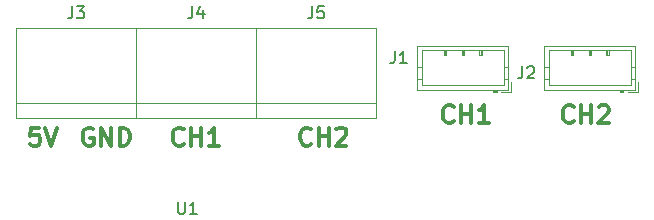
<source format=gbr>
%TF.GenerationSoftware,KiCad,Pcbnew,8.0.1*%
%TF.CreationDate,2024-09-05T21:10:17+03:00*%
%TF.ProjectId,eth-uart-breakout,6574682d-7561-4727-942d-627265616b6f,rev?*%
%TF.SameCoordinates,Original*%
%TF.FileFunction,Legend,Top*%
%TF.FilePolarity,Positive*%
%FSLAX46Y46*%
G04 Gerber Fmt 4.6, Leading zero omitted, Abs format (unit mm)*
G04 Created by KiCad (PCBNEW 8.0.1) date 2024-09-05 21:10:17*
%MOMM*%
%LPD*%
G01*
G04 APERTURE LIST*
%ADD10C,0.375000*%
%ADD11C,0.150000*%
%ADD12C,0.120000*%
G04 APERTURE END LIST*
D10*
X57833138Y-65606928D02*
X57118852Y-65606928D01*
X57118852Y-65606928D02*
X57047424Y-66321214D01*
X57047424Y-66321214D02*
X57118852Y-66249785D01*
X57118852Y-66249785D02*
X57261710Y-66178357D01*
X57261710Y-66178357D02*
X57618852Y-66178357D01*
X57618852Y-66178357D02*
X57761710Y-66249785D01*
X57761710Y-66249785D02*
X57833138Y-66321214D01*
X57833138Y-66321214D02*
X57904567Y-66464071D01*
X57904567Y-66464071D02*
X57904567Y-66821214D01*
X57904567Y-66821214D02*
X57833138Y-66964071D01*
X57833138Y-66964071D02*
X57761710Y-67035500D01*
X57761710Y-67035500D02*
X57618852Y-67106928D01*
X57618852Y-67106928D02*
X57261710Y-67106928D01*
X57261710Y-67106928D02*
X57118852Y-67035500D01*
X57118852Y-67035500D02*
X57047424Y-66964071D01*
X58333138Y-65606928D02*
X58833138Y-67106928D01*
X58833138Y-67106928D02*
X59333138Y-65606928D01*
X103060995Y-65059071D02*
X102989567Y-65130500D01*
X102989567Y-65130500D02*
X102775281Y-65201928D01*
X102775281Y-65201928D02*
X102632424Y-65201928D01*
X102632424Y-65201928D02*
X102418138Y-65130500D01*
X102418138Y-65130500D02*
X102275281Y-64987642D01*
X102275281Y-64987642D02*
X102203852Y-64844785D01*
X102203852Y-64844785D02*
X102132424Y-64559071D01*
X102132424Y-64559071D02*
X102132424Y-64344785D01*
X102132424Y-64344785D02*
X102203852Y-64059071D01*
X102203852Y-64059071D02*
X102275281Y-63916214D01*
X102275281Y-63916214D02*
X102418138Y-63773357D01*
X102418138Y-63773357D02*
X102632424Y-63701928D01*
X102632424Y-63701928D02*
X102775281Y-63701928D01*
X102775281Y-63701928D02*
X102989567Y-63773357D01*
X102989567Y-63773357D02*
X103060995Y-63844785D01*
X103703852Y-65201928D02*
X103703852Y-63701928D01*
X103703852Y-64416214D02*
X104560995Y-64416214D01*
X104560995Y-65201928D02*
X104560995Y-63701928D01*
X105203853Y-63844785D02*
X105275281Y-63773357D01*
X105275281Y-63773357D02*
X105418139Y-63701928D01*
X105418139Y-63701928D02*
X105775281Y-63701928D01*
X105775281Y-63701928D02*
X105918139Y-63773357D01*
X105918139Y-63773357D02*
X105989567Y-63844785D01*
X105989567Y-63844785D02*
X106060996Y-63987642D01*
X106060996Y-63987642D02*
X106060996Y-64130500D01*
X106060996Y-64130500D02*
X105989567Y-64344785D01*
X105989567Y-64344785D02*
X105132424Y-65201928D01*
X105132424Y-65201928D02*
X106060996Y-65201928D01*
X80835995Y-66964071D02*
X80764567Y-67035500D01*
X80764567Y-67035500D02*
X80550281Y-67106928D01*
X80550281Y-67106928D02*
X80407424Y-67106928D01*
X80407424Y-67106928D02*
X80193138Y-67035500D01*
X80193138Y-67035500D02*
X80050281Y-66892642D01*
X80050281Y-66892642D02*
X79978852Y-66749785D01*
X79978852Y-66749785D02*
X79907424Y-66464071D01*
X79907424Y-66464071D02*
X79907424Y-66249785D01*
X79907424Y-66249785D02*
X79978852Y-65964071D01*
X79978852Y-65964071D02*
X80050281Y-65821214D01*
X80050281Y-65821214D02*
X80193138Y-65678357D01*
X80193138Y-65678357D02*
X80407424Y-65606928D01*
X80407424Y-65606928D02*
X80550281Y-65606928D01*
X80550281Y-65606928D02*
X80764567Y-65678357D01*
X80764567Y-65678357D02*
X80835995Y-65749785D01*
X81478852Y-67106928D02*
X81478852Y-65606928D01*
X81478852Y-66321214D02*
X82335995Y-66321214D01*
X82335995Y-67106928D02*
X82335995Y-65606928D01*
X82978853Y-65749785D02*
X83050281Y-65678357D01*
X83050281Y-65678357D02*
X83193139Y-65606928D01*
X83193139Y-65606928D02*
X83550281Y-65606928D01*
X83550281Y-65606928D02*
X83693139Y-65678357D01*
X83693139Y-65678357D02*
X83764567Y-65749785D01*
X83764567Y-65749785D02*
X83835996Y-65892642D01*
X83835996Y-65892642D02*
X83835996Y-66035500D01*
X83835996Y-66035500D02*
X83764567Y-66249785D01*
X83764567Y-66249785D02*
X82907424Y-67106928D01*
X82907424Y-67106928D02*
X83835996Y-67106928D01*
X92900995Y-65059071D02*
X92829567Y-65130500D01*
X92829567Y-65130500D02*
X92615281Y-65201928D01*
X92615281Y-65201928D02*
X92472424Y-65201928D01*
X92472424Y-65201928D02*
X92258138Y-65130500D01*
X92258138Y-65130500D02*
X92115281Y-64987642D01*
X92115281Y-64987642D02*
X92043852Y-64844785D01*
X92043852Y-64844785D02*
X91972424Y-64559071D01*
X91972424Y-64559071D02*
X91972424Y-64344785D01*
X91972424Y-64344785D02*
X92043852Y-64059071D01*
X92043852Y-64059071D02*
X92115281Y-63916214D01*
X92115281Y-63916214D02*
X92258138Y-63773357D01*
X92258138Y-63773357D02*
X92472424Y-63701928D01*
X92472424Y-63701928D02*
X92615281Y-63701928D01*
X92615281Y-63701928D02*
X92829567Y-63773357D01*
X92829567Y-63773357D02*
X92900995Y-63844785D01*
X93543852Y-65201928D02*
X93543852Y-63701928D01*
X93543852Y-64416214D02*
X94400995Y-64416214D01*
X94400995Y-65201928D02*
X94400995Y-63701928D01*
X95900996Y-65201928D02*
X95043853Y-65201928D01*
X95472424Y-65201928D02*
X95472424Y-63701928D01*
X95472424Y-63701928D02*
X95329567Y-63916214D01*
X95329567Y-63916214D02*
X95186710Y-64059071D01*
X95186710Y-64059071D02*
X95043853Y-64130500D01*
X70040995Y-66964071D02*
X69969567Y-67035500D01*
X69969567Y-67035500D02*
X69755281Y-67106928D01*
X69755281Y-67106928D02*
X69612424Y-67106928D01*
X69612424Y-67106928D02*
X69398138Y-67035500D01*
X69398138Y-67035500D02*
X69255281Y-66892642D01*
X69255281Y-66892642D02*
X69183852Y-66749785D01*
X69183852Y-66749785D02*
X69112424Y-66464071D01*
X69112424Y-66464071D02*
X69112424Y-66249785D01*
X69112424Y-66249785D02*
X69183852Y-65964071D01*
X69183852Y-65964071D02*
X69255281Y-65821214D01*
X69255281Y-65821214D02*
X69398138Y-65678357D01*
X69398138Y-65678357D02*
X69612424Y-65606928D01*
X69612424Y-65606928D02*
X69755281Y-65606928D01*
X69755281Y-65606928D02*
X69969567Y-65678357D01*
X69969567Y-65678357D02*
X70040995Y-65749785D01*
X70683852Y-67106928D02*
X70683852Y-65606928D01*
X70683852Y-66321214D02*
X71540995Y-66321214D01*
X71540995Y-67106928D02*
X71540995Y-65606928D01*
X73040996Y-67106928D02*
X72183853Y-67106928D01*
X72612424Y-67106928D02*
X72612424Y-65606928D01*
X72612424Y-65606928D02*
X72469567Y-65821214D01*
X72469567Y-65821214D02*
X72326710Y-65964071D01*
X72326710Y-65964071D02*
X72183853Y-66035500D01*
X62349567Y-65678357D02*
X62206710Y-65606928D01*
X62206710Y-65606928D02*
X61992424Y-65606928D01*
X61992424Y-65606928D02*
X61778138Y-65678357D01*
X61778138Y-65678357D02*
X61635281Y-65821214D01*
X61635281Y-65821214D02*
X61563852Y-65964071D01*
X61563852Y-65964071D02*
X61492424Y-66249785D01*
X61492424Y-66249785D02*
X61492424Y-66464071D01*
X61492424Y-66464071D02*
X61563852Y-66749785D01*
X61563852Y-66749785D02*
X61635281Y-66892642D01*
X61635281Y-66892642D02*
X61778138Y-67035500D01*
X61778138Y-67035500D02*
X61992424Y-67106928D01*
X61992424Y-67106928D02*
X62135281Y-67106928D01*
X62135281Y-67106928D02*
X62349567Y-67035500D01*
X62349567Y-67035500D02*
X62420995Y-66964071D01*
X62420995Y-66964071D02*
X62420995Y-66464071D01*
X62420995Y-66464071D02*
X62135281Y-66464071D01*
X63063852Y-67106928D02*
X63063852Y-65606928D01*
X63063852Y-65606928D02*
X63920995Y-67106928D01*
X63920995Y-67106928D02*
X63920995Y-65606928D01*
X64635281Y-67106928D02*
X64635281Y-65606928D01*
X64635281Y-65606928D02*
X64992424Y-65606928D01*
X64992424Y-65606928D02*
X65206710Y-65678357D01*
X65206710Y-65678357D02*
X65349567Y-65821214D01*
X65349567Y-65821214D02*
X65420996Y-65964071D01*
X65420996Y-65964071D02*
X65492424Y-66249785D01*
X65492424Y-66249785D02*
X65492424Y-66464071D01*
X65492424Y-66464071D02*
X65420996Y-66749785D01*
X65420996Y-66749785D02*
X65349567Y-66892642D01*
X65349567Y-66892642D02*
X65206710Y-67035500D01*
X65206710Y-67035500D02*
X64992424Y-67106928D01*
X64992424Y-67106928D02*
X64635281Y-67106928D01*
D11*
X98726666Y-60414819D02*
X98726666Y-61129104D01*
X98726666Y-61129104D02*
X98679047Y-61271961D01*
X98679047Y-61271961D02*
X98583809Y-61367200D01*
X98583809Y-61367200D02*
X98440952Y-61414819D01*
X98440952Y-61414819D02*
X98345714Y-61414819D01*
X99155238Y-60510057D02*
X99202857Y-60462438D01*
X99202857Y-60462438D02*
X99298095Y-60414819D01*
X99298095Y-60414819D02*
X99536190Y-60414819D01*
X99536190Y-60414819D02*
X99631428Y-60462438D01*
X99631428Y-60462438D02*
X99679047Y-60510057D01*
X99679047Y-60510057D02*
X99726666Y-60605295D01*
X99726666Y-60605295D02*
X99726666Y-60700533D01*
X99726666Y-60700533D02*
X99679047Y-60843390D01*
X99679047Y-60843390D02*
X99107619Y-61414819D01*
X99107619Y-61414819D02*
X99726666Y-61414819D01*
X70786666Y-55334819D02*
X70786666Y-56049104D01*
X70786666Y-56049104D02*
X70739047Y-56191961D01*
X70739047Y-56191961D02*
X70643809Y-56287200D01*
X70643809Y-56287200D02*
X70500952Y-56334819D01*
X70500952Y-56334819D02*
X70405714Y-56334819D01*
X71691428Y-55668152D02*
X71691428Y-56334819D01*
X71453333Y-55287200D02*
X71215238Y-56001485D01*
X71215238Y-56001485D02*
X71834285Y-56001485D01*
X60626666Y-55334819D02*
X60626666Y-56049104D01*
X60626666Y-56049104D02*
X60579047Y-56191961D01*
X60579047Y-56191961D02*
X60483809Y-56287200D01*
X60483809Y-56287200D02*
X60340952Y-56334819D01*
X60340952Y-56334819D02*
X60245714Y-56334819D01*
X61007619Y-55334819D02*
X61626666Y-55334819D01*
X61626666Y-55334819D02*
X61293333Y-55715771D01*
X61293333Y-55715771D02*
X61436190Y-55715771D01*
X61436190Y-55715771D02*
X61531428Y-55763390D01*
X61531428Y-55763390D02*
X61579047Y-55811009D01*
X61579047Y-55811009D02*
X61626666Y-55906247D01*
X61626666Y-55906247D02*
X61626666Y-56144342D01*
X61626666Y-56144342D02*
X61579047Y-56239580D01*
X61579047Y-56239580D02*
X61531428Y-56287200D01*
X61531428Y-56287200D02*
X61436190Y-56334819D01*
X61436190Y-56334819D02*
X61150476Y-56334819D01*
X61150476Y-56334819D02*
X61055238Y-56287200D01*
X61055238Y-56287200D02*
X61007619Y-56239580D01*
X69588095Y-71894819D02*
X69588095Y-72704342D01*
X69588095Y-72704342D02*
X69635714Y-72799580D01*
X69635714Y-72799580D02*
X69683333Y-72847200D01*
X69683333Y-72847200D02*
X69778571Y-72894819D01*
X69778571Y-72894819D02*
X69969047Y-72894819D01*
X69969047Y-72894819D02*
X70064285Y-72847200D01*
X70064285Y-72847200D02*
X70111904Y-72799580D01*
X70111904Y-72799580D02*
X70159523Y-72704342D01*
X70159523Y-72704342D02*
X70159523Y-71894819D01*
X71159523Y-72894819D02*
X70588095Y-72894819D01*
X70873809Y-72894819D02*
X70873809Y-71894819D01*
X70873809Y-71894819D02*
X70778571Y-72037676D01*
X70778571Y-72037676D02*
X70683333Y-72132914D01*
X70683333Y-72132914D02*
X70588095Y-72180533D01*
X80946666Y-55334819D02*
X80946666Y-56049104D01*
X80946666Y-56049104D02*
X80899047Y-56191961D01*
X80899047Y-56191961D02*
X80803809Y-56287200D01*
X80803809Y-56287200D02*
X80660952Y-56334819D01*
X80660952Y-56334819D02*
X80565714Y-56334819D01*
X81899047Y-55334819D02*
X81422857Y-55334819D01*
X81422857Y-55334819D02*
X81375238Y-55811009D01*
X81375238Y-55811009D02*
X81422857Y-55763390D01*
X81422857Y-55763390D02*
X81518095Y-55715771D01*
X81518095Y-55715771D02*
X81756190Y-55715771D01*
X81756190Y-55715771D02*
X81851428Y-55763390D01*
X81851428Y-55763390D02*
X81899047Y-55811009D01*
X81899047Y-55811009D02*
X81946666Y-55906247D01*
X81946666Y-55906247D02*
X81946666Y-56144342D01*
X81946666Y-56144342D02*
X81899047Y-56239580D01*
X81899047Y-56239580D02*
X81851428Y-56287200D01*
X81851428Y-56287200D02*
X81756190Y-56334819D01*
X81756190Y-56334819D02*
X81518095Y-56334819D01*
X81518095Y-56334819D02*
X81422857Y-56287200D01*
X81422857Y-56287200D02*
X81375238Y-56239580D01*
X87931666Y-59144819D02*
X87931666Y-59859104D01*
X87931666Y-59859104D02*
X87884047Y-60001961D01*
X87884047Y-60001961D02*
X87788809Y-60097200D01*
X87788809Y-60097200D02*
X87645952Y-60144819D01*
X87645952Y-60144819D02*
X87550714Y-60144819D01*
X88931666Y-60144819D02*
X88360238Y-60144819D01*
X88645952Y-60144819D02*
X88645952Y-59144819D01*
X88645952Y-59144819D02*
X88550714Y-59287676D01*
X88550714Y-59287676D02*
X88455476Y-59382914D01*
X88455476Y-59382914D02*
X88360238Y-59430533D01*
D12*
%TO.C,J2*%
X100570000Y-58650000D02*
X100570000Y-62370000D01*
X100570000Y-60460000D02*
X100970000Y-60460000D01*
X100570000Y-61460000D02*
X100970000Y-61460000D01*
X100570000Y-62370000D02*
X108290000Y-62370000D01*
X100970000Y-59050000D02*
X100970000Y-61970000D01*
X100970000Y-61970000D02*
X107890000Y-61970000D01*
X102830000Y-59450000D02*
X102830000Y-59050000D01*
X102930000Y-59050000D02*
X102930000Y-59450000D01*
X103030000Y-59050000D02*
X103030000Y-59450000D01*
X103030000Y-59450000D02*
X102830000Y-59450000D01*
X104330000Y-59450000D02*
X104330000Y-59050000D01*
X104430000Y-59050000D02*
X104430000Y-59450000D01*
X104530000Y-59050000D02*
X104530000Y-59450000D01*
X104530000Y-59450000D02*
X104330000Y-59450000D01*
X105830000Y-59450000D02*
X105830000Y-59050000D01*
X105930000Y-59050000D02*
X105930000Y-59450000D01*
X106030000Y-59050000D02*
X106030000Y-59450000D01*
X106030000Y-59450000D02*
X105830000Y-59450000D01*
X106980000Y-62370000D02*
X106980000Y-62570000D01*
X106980000Y-62470000D02*
X107280000Y-62470000D01*
X106980000Y-62570000D02*
X107280000Y-62570000D01*
X107280000Y-62570000D02*
X107280000Y-62370000D01*
X107690000Y-62570000D02*
X108490000Y-62570000D01*
X107890000Y-59050000D02*
X100970000Y-59050000D01*
X107890000Y-61970000D02*
X107890000Y-59050000D01*
X108290000Y-58650000D02*
X100570000Y-58650000D01*
X108290000Y-60460000D02*
X107890000Y-60460000D01*
X108290000Y-61460000D02*
X107890000Y-61460000D01*
X108290000Y-62370000D02*
X108290000Y-58650000D01*
X108490000Y-62570000D02*
X108490000Y-61770000D01*
%TO.C,J4*%
X66040000Y-57150000D02*
X66040000Y-64770000D01*
X66040000Y-64770000D02*
X76200000Y-64770000D01*
X76200000Y-57150000D02*
X66040000Y-57150000D01*
X76200000Y-63500000D02*
X66040000Y-63500000D01*
X76200000Y-64770000D02*
X76200000Y-57150000D01*
%TO.C,J3*%
X55880000Y-57150000D02*
X55880000Y-64770000D01*
X55880000Y-64770000D02*
X66040000Y-64770000D01*
X66040000Y-57150000D02*
X55880000Y-57150000D01*
X66040000Y-63500000D02*
X55880000Y-63500000D01*
X66040000Y-64770000D02*
X66040000Y-57150000D01*
%TO.C,J5*%
X76200000Y-57150000D02*
X76200000Y-64770000D01*
X76200000Y-64770000D02*
X86360000Y-64770000D01*
X86360000Y-57150000D02*
X76200000Y-57150000D01*
X86360000Y-63500000D02*
X76200000Y-63500000D01*
X86360000Y-64770000D02*
X86360000Y-57150000D01*
%TO.C,J1*%
X89830000Y-58650000D02*
X89830000Y-62370000D01*
X89830000Y-60460000D02*
X90230000Y-60460000D01*
X89830000Y-61460000D02*
X90230000Y-61460000D01*
X89830000Y-62370000D02*
X97550000Y-62370000D01*
X90230000Y-59050000D02*
X90230000Y-61970000D01*
X90230000Y-61970000D02*
X97150000Y-61970000D01*
X92090000Y-59450000D02*
X92090000Y-59050000D01*
X92190000Y-59050000D02*
X92190000Y-59450000D01*
X92290000Y-59050000D02*
X92290000Y-59450000D01*
X92290000Y-59450000D02*
X92090000Y-59450000D01*
X93590000Y-59450000D02*
X93590000Y-59050000D01*
X93690000Y-59050000D02*
X93690000Y-59450000D01*
X93790000Y-59050000D02*
X93790000Y-59450000D01*
X93790000Y-59450000D02*
X93590000Y-59450000D01*
X95090000Y-59450000D02*
X95090000Y-59050000D01*
X95190000Y-59050000D02*
X95190000Y-59450000D01*
X95290000Y-59050000D02*
X95290000Y-59450000D01*
X95290000Y-59450000D02*
X95090000Y-59450000D01*
X96240000Y-62370000D02*
X96240000Y-62570000D01*
X96240000Y-62470000D02*
X96540000Y-62470000D01*
X96240000Y-62570000D02*
X96540000Y-62570000D01*
X96540000Y-62570000D02*
X96540000Y-62370000D01*
X96950000Y-62570000D02*
X97750000Y-62570000D01*
X97150000Y-59050000D02*
X90230000Y-59050000D01*
X97150000Y-61970000D02*
X97150000Y-59050000D01*
X97550000Y-58650000D02*
X89830000Y-58650000D01*
X97550000Y-60460000D02*
X97150000Y-60460000D01*
X97550000Y-61460000D02*
X97150000Y-61460000D01*
X97550000Y-62370000D02*
X97550000Y-58650000D01*
X97750000Y-62570000D02*
X97750000Y-61770000D01*
%TD*%
M02*

</source>
